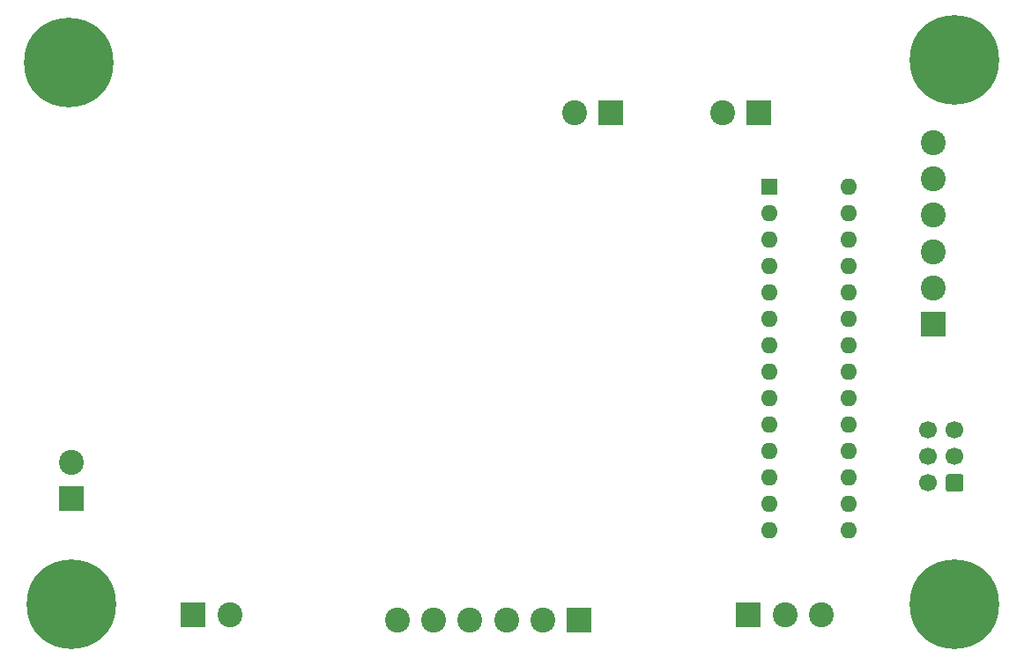
<source format=gbr>
%TF.GenerationSoftware,KiCad,Pcbnew,(5.1.12-1-10_14)*%
%TF.CreationDate,2021-11-26T20:13:54-05:00*%
%TF.ProjectId,Untitled,556e7469-746c-4656-942e-6b696361645f,rev?*%
%TF.SameCoordinates,Original*%
%TF.FileFunction,Soldermask,Bot*%
%TF.FilePolarity,Negative*%
%FSLAX46Y46*%
G04 Gerber Fmt 4.6, Leading zero omitted, Abs format (unit mm)*
G04 Created by KiCad (PCBNEW (5.1.12-1-10_14)) date 2021-11-26 20:13:54*
%MOMM*%
%LPD*%
G01*
G04 APERTURE LIST*
%ADD10C,0.900000*%
%ADD11C,8.600000*%
%ADD12R,2.400000X2.400000*%
%ADD13C,2.400000*%
%ADD14C,1.700000*%
%ADD15R,1.600000X1.600000*%
%ADD16O,1.600000X1.600000*%
G04 APERTURE END LIST*
D10*
%TO.C,H1*%
X92196419Y-136403581D03*
X89916000Y-135459000D03*
X87635581Y-136403581D03*
X86691000Y-138684000D03*
X87635581Y-140964419D03*
X89916000Y-141909000D03*
X92196419Y-140964419D03*
X93141000Y-138684000D03*
D11*
X89916000Y-138684000D03*
%TD*%
%TO.C,H2*%
X174752000Y-138684000D03*
D10*
X177977000Y-138684000D03*
X177032419Y-140964419D03*
X174752000Y-141909000D03*
X172471581Y-140964419D03*
X171527000Y-138684000D03*
X172471581Y-136403581D03*
X174752000Y-135459000D03*
X177032419Y-136403581D03*
%TD*%
%TO.C,H3*%
X91948000Y-84339162D03*
X89667581Y-83394581D03*
X87387162Y-84339162D03*
X86442581Y-86619581D03*
X87387162Y-88900000D03*
X89667581Y-89844581D03*
X91948000Y-88900000D03*
X92892581Y-86619581D03*
D11*
X89667581Y-86619581D03*
%TD*%
%TO.C,H4*%
X174752000Y-86360000D03*
D10*
X177977000Y-86360000D03*
X177032419Y-88640419D03*
X174752000Y-89585000D03*
X172471581Y-88640419D03*
X171527000Y-86360000D03*
X172471581Y-84079581D03*
X174752000Y-83135000D03*
X177032419Y-84079581D03*
%TD*%
D12*
%TO.C,J1*%
X101600000Y-139700000D03*
D13*
X105100000Y-139700000D03*
%TD*%
%TO.C,J2*%
G36*
G01*
X175602000Y-126400000D02*
X175602000Y-127600000D01*
G75*
G02*
X175352000Y-127850000I-250000J0D01*
G01*
X174152000Y-127850000D01*
G75*
G02*
X173902000Y-127600000I0J250000D01*
G01*
X173902000Y-126400000D01*
G75*
G02*
X174152000Y-126150000I250000J0D01*
G01*
X175352000Y-126150000D01*
G75*
G02*
X175602000Y-126400000I0J-250000D01*
G01*
G37*
D14*
X174752000Y-124460000D03*
X174752000Y-121920000D03*
X172212000Y-127000000D03*
X172212000Y-124460000D03*
X172212000Y-121920000D03*
%TD*%
D12*
%TO.C,J3*%
X154940000Y-139700000D03*
D13*
X158440000Y-139700000D03*
X161940000Y-139700000D03*
%TD*%
D12*
%TO.C,J4*%
X172720000Y-111760000D03*
D13*
X172720000Y-108260000D03*
X172720000Y-104760000D03*
X172720000Y-101260000D03*
X172720000Y-97760000D03*
X172720000Y-94260000D03*
%TD*%
%TO.C,J5*%
X138232000Y-91440000D03*
D12*
X141732000Y-91440000D03*
%TD*%
D13*
%TO.C,J7*%
X89916000Y-125024000D03*
D12*
X89916000Y-128524000D03*
%TD*%
%TO.C,J8*%
X155956000Y-91440000D03*
D13*
X152456000Y-91440000D03*
%TD*%
D15*
%TO.C,U4*%
X156972000Y-98552000D03*
D16*
X164592000Y-131572000D03*
X156972000Y-101092000D03*
X164592000Y-129032000D03*
X156972000Y-103632000D03*
X164592000Y-126492000D03*
X156972000Y-106172000D03*
X164592000Y-123952000D03*
X156972000Y-108712000D03*
X164592000Y-121412000D03*
X156972000Y-111252000D03*
X164592000Y-118872000D03*
X156972000Y-113792000D03*
X164592000Y-116332000D03*
X156972000Y-116332000D03*
X164592000Y-113792000D03*
X156972000Y-118872000D03*
X164592000Y-111252000D03*
X156972000Y-121412000D03*
X164592000Y-108712000D03*
X156972000Y-123952000D03*
X164592000Y-106172000D03*
X156972000Y-126492000D03*
X164592000Y-103632000D03*
X156972000Y-129032000D03*
X164592000Y-101092000D03*
X156972000Y-131572000D03*
X164592000Y-98552000D03*
%TD*%
D13*
%TO.C,J6*%
X121184000Y-140208000D03*
X124684000Y-140208000D03*
X128184000Y-140208000D03*
X131684000Y-140208000D03*
X135184000Y-140208000D03*
D12*
X138684000Y-140208000D03*
%TD*%
M02*

</source>
